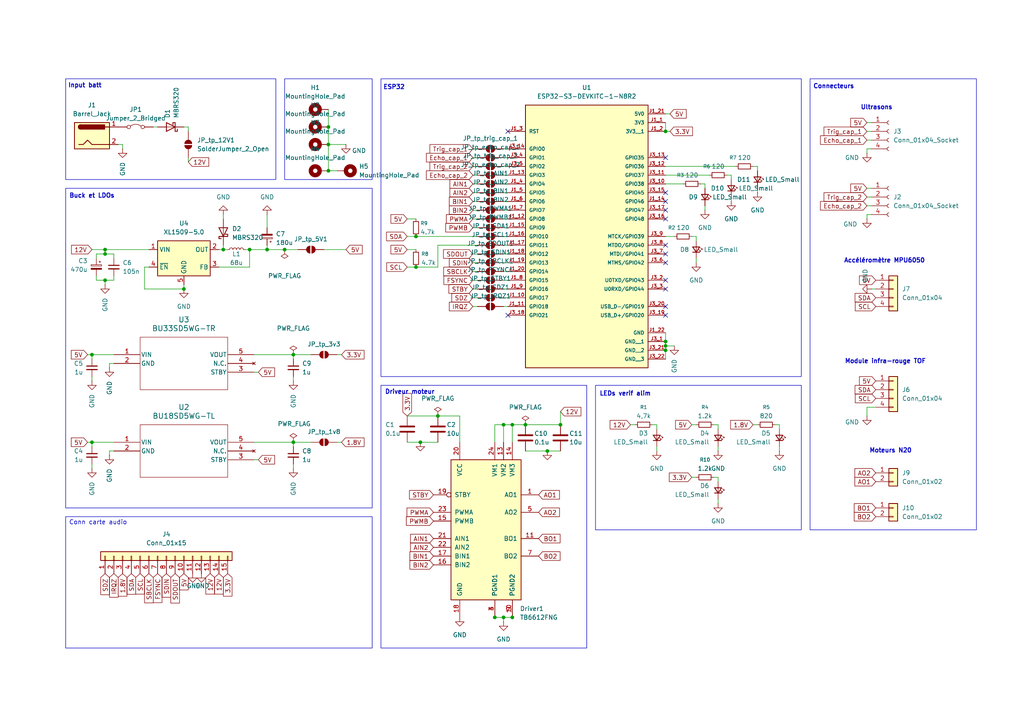
<source format=kicad_sch>
(kicad_sch (version 20250114) (generator "eeschema") (generator_version "9.0")
  (paper "A4")
  (rectangle (start 19.05 22.86) (end 80.01 52.07))
  (rectangle (start 19.05 54.61) (end 107.95 147.32))
  (rectangle (start 110.49 22.86) (end 232.41 109.22))
  (rectangle (start 19.05 149.86) (end 107.95 187.96))
  (rectangle (start 110.49 111.76) (end 170.18 187.96))
  (rectangle (start 82.55 22.86) (end 107.95 52.07))
  (rectangle (start 234.95 22.86) (end 283.21 153.67))
  (rectangle (start 172.72 111.76) (end 232.41 153.67))
  (text "Buck et LDOs" (at 26.67 56.896 0) (effects (font (size 1.27 1.27) (thickness 0.254) (bold yes))))
  (text "LEDs verif alim" (at 181.356 114.3 0) (effects (font (size 1.27 1.27) (thickness 0.254) (bold yes))))
  (text "Input batt" (at 24.638 24.892 0) (effects (font (size 1.27 1.27) (thickness 0.254) (bold yes))))
  (text "Accéléromètre MPU6050" (at 256.54 75.692 0) (effects (font (size 1.27 1.27) (thickness 0.254) (bold yes))))
  (text "Moteurs N20\n\n" (at 258.318 131.826 0) (effects (font (size 1.27 1.27) (thickness 0.254) (bold yes))))
  (text "Module infra-rouge TOF\n\n" (at 256.794 105.918 0) (effects (font (size 1.27 1.27) (thickness 0.254) (bold yes))))
  (text "Ultrasons" (at 254.254 31.242 0) (effects (font (size 1.27 1.27) (thickness 0.254) (bold yes))))
  (text "ESP32" (at 114.3 25.4 0) (effects (font (size 1.27 1.27) (thickness 0.254) (bold yes))))
  (text "Connecteurs" (at 241.808 25.146 0) (effects (font (size 1.27 1.27) (thickness 0.254) (bold yes))))
  (text "Conn carte audio" (at 28.448 151.638 0) (effects (font (size 1.27 1.27))))
  (text "Driveur moteur" (at 118.872 113.792 0) (effects (font (size 1.27 1.27) (thickness 0.254) (bold yes))))
  (junction (at 64.77 72.39))
  (junction (at 26.67 102.87))
  (junction (at 53.34 83.82))
  (junction (at 95.25 41.91))
  (junction (at 77.47 72.39))
  (junction (at 193.04 38.1))
  (junction (at 146.05 123.19))
  (junction (at 120.65 77.47))
  (junction (at 30.48 72.39))
  (junction (at 121.92 128.27))
  (junction (at 193.04 99.06))
  (junction (at 95.25 36.83))
  (junction (at 158.75 130.81))
  (junction (at 152.4 123.19))
  (junction (at 120.65 68.58))
  (junction (at 72.39 72.39))
  (junction (at 85.09 102.87))
  (junction (at 95.25 49.53))
  (junction (at 82.55 72.39))
  (junction (at 193.04 100.33))
  (junction (at 85.09 128.27))
  (junction (at 143.51 179.07))
  (junction (at 193.04 101.6))
  (junction (at 26.67 128.27))
  (junction (at 148.59 179.07))
  (junction (at 30.48 73.66))
  (junction (at 162.56 123.19))
  (junction (at 148.59 123.19))
  (junction (at 30.48 81.28))
  (junction (at 127 120.65))
  (junction (at 146.05 179.07))
  (no_connect (at 193.04 76.2))
  (no_connect (at 193.04 63.5))
  (no_connect (at 193.04 83.82))
  (no_connect (at 193.04 88.9))
  (no_connect (at 147.32 38.1))
  (no_connect (at 193.04 45.72))
  (no_connect (at 193.04 55.88))
  (no_connect (at 193.04 73.66))
  (no_connect (at 193.04 58.42))
  (no_connect (at 193.04 91.44))
  (no_connect (at 193.04 71.12))
  (no_connect (at 147.32 91.44))
  (no_connect (at 193.04 81.28))
  (no_connect (at 193.04 60.96))
  (wire (pts (xy 193.04 38.1) (xy 194.31 38.1)))
  (wire (pts (xy 218.44 123.19) (xy 219.71 123.19)))
  (wire (pts (xy 85.09 128.27) (xy 85.09 129.54)))
  (wire (pts (xy 143.51 177.8) (xy 143.51 179.07)))
  (wire (pts (xy 97.79 102.87) (xy 99.06 102.87)))
  (wire (pts (xy 133.35 120.65) (xy 133.35 128.27)))
  (wire (pts (xy 204.47 59.69) (xy 204.47 60.96)))
  (wire (pts (xy 71.12 72.39) (xy 72.39 72.39)))
  (wire (pts (xy 146.05 123.19) (xy 146.05 128.27)))
  (wire (pts (xy 212.09 52.07) (xy 212.09 50.8)))
  (wire (pts (xy 251.46 40.64) (xy 252.73 40.64)))
  (wire (pts (xy 93.98 72.39) (xy 100.33 72.39)))
  (wire (pts (xy 137.16 53.34) (xy 138.43 53.34)))
  (wire (pts (xy 30.48 72.39) (xy 30.48 73.66)))
  (wire (pts (xy 208.28 138.43) (xy 207.01 138.43)))
  (wire (pts (xy 251.46 54.61) (xy 252.73 54.61)))
  (wire (pts (xy 152.4 123.19) (xy 162.56 123.19)))
  (wire (pts (xy 73.66 133.35) (xy 74.93 133.35)))
  (wire (pts (xy 193.04 101.6) (xy 193.04 100.33)))
  (wire (pts (xy 137.16 43.18) (xy 138.43 43.18)))
  (wire (pts (xy 77.47 62.23) (xy 77.47 66.04)))
  (wire (pts (xy 146.05 58.42) (xy 147.32 58.42)))
  (wire (pts (xy 72.39 72.39) (xy 72.39 77.47)))
  (wire (pts (xy 31.75 132.08) (xy 31.75 130.81)))
  (wire (pts (xy 118.11 120.65) (xy 127 120.65)))
  (wire (pts (xy 146.05 88.9) (xy 147.32 88.9)))
  (wire (pts (xy 35.56 43.18) (xy 35.56 41.91)))
  (wire (pts (xy 162.56 119.38) (xy 162.56 123.19)))
  (wire (pts (xy 146.05 55.88) (xy 147.32 55.88)))
  (wire (pts (xy 143.51 123.19) (xy 143.51 128.27)))
  (wire (pts (xy 33.02 80.01) (xy 33.02 81.28)))
  (wire (pts (xy 251.46 59.69) (xy 252.73 59.69)))
  (wire (pts (xy 118.11 63.5) (xy 120.65 63.5)))
  (wire (pts (xy 219.71 48.26) (xy 218.44 48.26)))
  (wire (pts (xy 64.77 72.39) (xy 66.04 72.39)))
  (wire (pts (xy 143.51 123.19) (xy 146.05 123.19)))
  (wire (pts (xy 30.48 73.66) (xy 33.02 73.66)))
  (wire (pts (xy 127 77.47) (xy 127 71.12)))
  (wire (pts (xy 64.77 62.23) (xy 64.77 63.5)))
  (wire (pts (xy 54.61 36.83) (xy 54.61 38.1)))
  (wire (pts (xy 208.28 124.46) (xy 208.28 123.19)))
  (wire (pts (xy 146.05 45.72) (xy 147.32 45.72)))
  (wire (pts (xy 118.11 72.39) (xy 120.65 72.39)))
  (wire (pts (xy 204.47 53.34) (xy 203.2 53.34)))
  (wire (pts (xy 53.34 82.55) (xy 53.34 83.82)))
  (wire (pts (xy 193.04 100.33) (xy 195.58 100.33)))
  (wire (pts (xy 190.5 123.19) (xy 189.23 123.19)))
  (wire (pts (xy 137.16 50.8) (xy 138.43 50.8)))
  (wire (pts (xy 193.04 50.8) (xy 205.74 50.8)))
  (wire (pts (xy 53.34 36.83) (xy 54.61 36.83)))
  (wire (pts (xy 137.16 48.26) (xy 138.43 48.26)))
  (wire (pts (xy 137.16 73.66) (xy 138.43 73.66)))
  (wire (pts (xy 44.45 36.83) (xy 45.72 36.83)))
  (wire (pts (xy 251.46 62.23) (xy 252.73 62.23)))
  (wire (pts (xy 41.91 77.47) (xy 43.18 77.47)))
  (wire (pts (xy 26.67 134.62) (xy 26.67 135.89)))
  (wire (pts (xy 25.4 102.87) (xy 26.67 102.87)))
  (wire (pts (xy 85.09 109.22) (xy 85.09 110.49)))
  (wire (pts (xy 146.05 83.82) (xy 147.32 83.82)))
  (wire (pts (xy 226.06 124.46) (xy 226.06 123.19)))
  (wire (pts (xy 41.91 83.82) (xy 53.34 83.82)))
  (wire (pts (xy 137.16 81.28) (xy 138.43 81.28)))
  (wire (pts (xy 137.16 63.5) (xy 138.43 63.5)))
  (wire (pts (xy 26.67 128.27) (xy 26.67 129.54)))
  (wire (pts (xy 33.02 128.27) (xy 26.67 128.27)))
  (wire (pts (xy 27.94 73.66) (xy 30.48 73.66)))
  (wire (pts (xy 85.09 102.87) (xy 85.09 104.14)))
  (wire (pts (xy 137.16 78.74) (xy 138.43 78.74)))
  (wire (pts (xy 137.16 86.36) (xy 138.43 86.36)))
  (wire (pts (xy 30.48 81.28) (xy 30.48 82.55)))
  (wire (pts (xy 208.28 129.54) (xy 208.28 130.81)))
  (wire (pts (xy 95.25 41.91) (xy 95.25 49.53)))
  (wire (pts (xy 31.75 130.81) (xy 33.02 130.81)))
  (wire (pts (xy 208.28 123.19) (xy 207.01 123.19)))
  (wire (pts (xy 219.71 54.61) (xy 219.71 55.88)))
  (wire (pts (xy 85.09 134.62) (xy 85.09 135.89)))
  (wire (pts (xy 200.66 138.43) (xy 201.93 138.43)))
  (wire (pts (xy 146.05 53.34) (xy 147.32 53.34)))
  (wire (pts (xy 193.04 96.52) (xy 193.04 99.06)))
  (wire (pts (xy 146.05 68.58) (xy 147.32 68.58)))
  (wire (pts (xy 127 71.12) (xy 138.43 71.12)))
  (wire (pts (xy 193.04 48.26) (xy 213.36 48.26)))
  (wire (pts (xy 43.18 72.39) (xy 30.48 72.39)))
  (wire (pts (xy 26.67 72.39) (xy 30.48 72.39)))
  (wire (pts (xy 63.5 72.39) (xy 64.77 72.39)))
  (wire (pts (xy 200.66 123.19) (xy 201.93 123.19)))
  (wire (pts (xy 148.59 177.8) (xy 148.59 179.07)))
  (wire (pts (xy 201.93 68.58) (xy 200.66 68.58)))
  (wire (pts (xy 54.61 45.72) (xy 54.61 46.99)))
  (wire (pts (xy 137.16 76.2) (xy 138.43 76.2)))
  (wire (pts (xy 251.46 120.65) (xy 251.46 118.11)))
  (wire (pts (xy 219.71 49.53) (xy 219.71 48.26)))
  (wire (pts (xy 146.05 76.2) (xy 147.32 76.2)))
  (wire (pts (xy 97.79 128.27) (xy 99.06 128.27)))
  (wire (pts (xy 152.4 130.81) (xy 158.75 130.81)))
  (wire (pts (xy 146.05 86.36) (xy 147.32 86.36)))
  (wire (pts (xy 77.47 72.39) (xy 82.55 72.39)))
  (wire (pts (xy 193.04 35.56) (xy 193.04 38.1)))
  (wire (pts (xy 146.05 123.19) (xy 148.59 123.19)))
  (wire (pts (xy 190.5 129.54) (xy 190.5 130.81)))
  (wire (pts (xy 137.16 58.42) (xy 138.43 58.42)))
  (wire (pts (xy 26.67 109.22) (xy 26.67 110.49)))
  (wire (pts (xy 137.16 60.96) (xy 138.43 60.96)))
  (wire (pts (xy 73.66 107.95) (xy 74.93 107.95)))
  (wire (pts (xy 251.46 63.5) (xy 251.46 62.23)))
  (wire (pts (xy 204.47 54.61) (xy 204.47 53.34)))
  (wire (pts (xy 77.47 72.39) (xy 72.39 72.39)))
  (wire (pts (xy 193.04 53.34) (xy 198.12 53.34)))
  (wire (pts (xy 251.46 118.11) (xy 254 118.11)))
  (wire (pts (xy 212.09 57.15) (xy 212.09 58.42)))
  (wire (pts (xy 208.28 139.7) (xy 208.28 138.43)))
  (wire (pts (xy 146.05 81.28) (xy 147.32 81.28)))
  (wire (pts (xy 118.11 68.58) (xy 120.65 68.58)))
  (wire (pts (xy 95.25 49.53) (xy 97.79 49.53)))
  (wire (pts (xy 193.04 101.6) (xy 193.04 104.14)))
  (wire (pts (xy 193.04 68.58) (xy 195.58 68.58)))
  (wire (pts (xy 64.77 71.12) (xy 64.77 72.39)))
  (wire (pts (xy 85.09 128.27) (xy 90.17 128.27)))
  (wire (pts (xy 212.09 50.8) (xy 210.82 50.8)))
  (wire (pts (xy 25.4 128.27) (xy 26.67 128.27)))
  (wire (pts (xy 33.02 73.66) (xy 33.02 74.93)))
  (wire (pts (xy 120.65 68.58) (xy 138.43 68.58)))
  (wire (pts (xy 137.16 88.9) (xy 138.43 88.9)))
  (wire (pts (xy 251.46 57.15) (xy 252.73 57.15)))
  (wire (pts (xy 190.5 124.46) (xy 190.5 123.19)))
  (wire (pts (xy 146.05 78.74) (xy 147.32 78.74)))
  (wire (pts (xy 146.05 71.12) (xy 147.32 71.12)))
  (wire (pts (xy 146.05 50.8) (xy 147.32 50.8)))
  (wire (pts (xy 120.65 77.47) (xy 127 77.47)))
  (wire (pts (xy 137.16 66.04) (xy 138.43 66.04)))
  (wire (pts (xy 146.05 48.26) (xy 147.32 48.26)))
  (wire (pts (xy 143.51 179.07) (xy 146.05 179.07)))
  (wire (pts (xy 148.59 123.19) (xy 152.4 123.19)))
  (wire (pts (xy 133.35 120.65) (xy 127 120.65)))
  (wire (pts (xy 85.09 102.87) (xy 90.17 102.87)))
  (wire (pts (xy 27.94 74.93) (xy 27.94 73.66)))
  (wire (pts (xy 31.75 106.68) (xy 31.75 105.41)))
  (wire (pts (xy 251.46 44.45) (xy 251.46 43.18)))
  (wire (pts (xy 30.48 81.28) (xy 33.02 81.28)))
  (wire (pts (xy 226.06 129.54) (xy 226.06 130.81)))
  (wire (pts (xy 31.75 105.41) (xy 33.02 105.41)))
  (wire (pts (xy 148.59 123.19) (xy 148.59 128.27)))
  (wire (pts (xy 208.28 144.78) (xy 208.28 146.05)))
  (wire (pts (xy 33.02 102.87) (xy 26.67 102.87)))
  (wire (pts (xy 251.46 38.1) (xy 252.73 38.1)))
  (wire (pts (xy 251.46 43.18) (xy 252.73 43.18)))
  (wire (pts (xy 35.56 41.91) (xy 34.29 41.91)))
  (wire (pts (xy 146.05 43.18) (xy 147.32 43.18)))
  (wire (pts (xy 95.25 31.75) (xy 95.25 36.83)))
  (wire (pts (xy 146.05 60.96) (xy 147.32 60.96)))
  (wire (pts (xy 182.88 123.19) (xy 184.15 123.19)))
  (wire (pts (xy 226.06 123.19) (xy 224.79 123.19)))
  (wire (pts (xy 201.93 69.85) (xy 201.93 68.58)))
  (wire (pts (xy 137.16 45.72) (xy 138.43 45.72)))
  (wire (pts (xy 146.05 179.07) (xy 148.59 179.07)))
  (wire (pts (xy 73.66 128.27) (xy 85.09 128.27)))
  (wire (pts (xy 26.67 102.87) (xy 26.67 104.14)))
  (wire (pts (xy 82.55 72.39) (xy 86.36 72.39)))
  (wire (pts (xy 118.11 77.47) (xy 120.65 77.47)))
  (wire (pts (xy 146.05 73.66) (xy 147.32 73.66)))
  (wire (pts (xy 95.25 36.83) (xy 95.25 41.91)))
  (wire (pts (xy 137.16 55.88) (xy 138.43 55.88)))
  (wire (pts (xy 201.93 74.93) (xy 201.93 76.2)))
  (wire (pts (xy 118.11 128.27) (xy 121.92 128.27)))
  (wire (pts (xy 77.47 71.12) (xy 77.47 72.39)))
  (wire (pts (xy 158.75 130.81) (xy 162.56 130.81)))
  (wire (pts (xy 27.94 80.01) (xy 27.94 81.28)))
  (wire (pts (xy 73.66 102.87) (xy 85.09 102.87)))
  (wire (pts (xy 251.46 35.56) (xy 252.73 35.56)))
  (wire (pts (xy 95.25 41.91) (xy 100.33 41.91)))
  (wire (pts (xy 27.94 81.28) (xy 30.48 81.28)))
  (wire (pts (xy 146.05 63.5) (xy 147.32 63.5)))
  (wire (pts (xy 193.04 100.33) (xy 193.04 99.06)))
  (wire (pts (xy 193.04 33.02) (xy 194.31 33.02)))
  (wire (pts (xy 63.5 77.47) (xy 72.39 77.47)))
  (wire (pts (xy 121.92 128.27) (xy 127 128.27)))
  (wire (pts (xy 137.16 83.82) (xy 138.43 83.82)))
  (wire (pts (xy 41.91 77.47) (xy 41.91 83.82)))
  (wire (pts (xy 146.05 66.04) (xy 147.32 66.04)))
  (wire (pts (xy 252.73 83.82) (xy 254 83.82)))
  (wire (pts (xy 146.05 180.34) (xy 146.05 179.07)))
  (global_label "AIN1" (shape input) (at 137.16 53.34 180) (effects (font (thickness 0.1588))) (property "Intersheetrefs" "${INTERSHEET_REFS}" (effects (hide yes))))
  (global_label "Echo_cap_2" (shape input) (at 137.16 50.8 180) (property "Intersheetrefs" "${INTERSHEET_REFS}" (effects (hide yes))))
  (global_label "Trig_cap_2" (shape input) (at 251.46 57.15 180) (property "Intersheetrefs" "${INTERSHEET_REFS}" (effects (hide yes))))
  (global_label "SDA" (shape input) (at 118.11 68.58 180) (property "Intersheetrefs" "${INTERSHEET_REFS}" (effects (hide yes))))
  (global_label "PWMA" (shape input) (at 125.73 148.59 180) (effects (font (thickness 0.1588))) (property "Intersheetrefs" "${INTERSHEET_REFS}" (effects (hide yes))))
  (global_label "5V" (shape input) (at 200.66 123.19 180) (property "Intersheetrefs" "${INTERSHEET_REFS}" (effects (hide yes))))
  (global_label "FSYNC" (shape input) (at 45.72 166.37 270) (property "Intersheetrefs" "${INTERSHEET_REFS}" (effects (hide yes))))
  (global_label "FSYNC" (shape input) (at 137.16 81.28 180) (property "Intersheetrefs" "${INTERSHEET_REFS}" (effects (hide yes))))
  (global_label "12V" (shape input) (at 54.61 46.99 0) (property "Intersheetrefs" "${INTERSHEET_REFS}" (effects (hide yes))))
  (global_label "SBCLK" (shape input) (at 137.16 78.74 180) (property "Intersheetrefs" "${INTERSHEET_REFS}" (effects (hide yes))))
  (global_label "AO2" (shape input) (at 254 137.16 180) (effects (font (thickness 0.1588))) (property "Intersheetrefs" "${INTERSHEET_REFS}" (effects (hide yes))))
  (global_label "5V" (shape input) (at 194.31 33.02 0) (property "Intersheetrefs" "${INTERSHEET_REFS}" (effects (hide yes))))
  (global_label "SCL" (shape input) (at 254 88.9 180) (property "Intersheetrefs" "${INTERSHEET_REFS}" (effects (hide yes))))
  (global_label "SCL" (shape input) (at 118.11 77.47 180) (property "Intersheetrefs" "${INTERSHEET_REFS}" (effects (hide yes))))
  (global_label "AIN2" (shape input) (at 125.73 158.75 180) (effects (font (thickness 0.1588))) (property "Intersheetrefs" "${INTERSHEET_REFS}" (effects (hide yes))))
  (global_label "BO2" (shape input) (at 254 149.86 180) (effects (font (thickness 0.1588))) (property "Intersheetrefs" "${INTERSHEET_REFS}" (effects (hide yes))))
  (global_label "1.8V" (shape input) (at 35.56 166.37 270) (property "Intersheetrefs" "${INTERSHEET_REFS}" (effects (hide yes))))
  (global_label "STBY" (shape input) (at 125.73 143.51 180) (effects (font (thickness 0.1588))) (property "Intersheetrefs" "${INTERSHEET_REFS}" (effects (hide yes))))
  (global_label "PWMB" (shape input) (at 137.16 66.04 180) (effects (font (thickness 0.1588))) (property "Intersheetrefs" "${INTERSHEET_REFS}" (effects (hide yes))))
  (global_label "AIN1" (shape input) (at 125.73 156.21 180) (effects (font (thickness 0.1588))) (property "Intersheetrefs" "${INTERSHEET_REFS}" (effects (hide yes))))
  (global_label "5V" (shape input) (at 74.93 133.35 0) (property "Intersheetrefs" "${INTERSHEET_REFS}" (effects (hide yes))))
  (global_label "Trig_cap_1" (shape input) (at 137.16 43.18 180) (property "Intersheetrefs" "${INTERSHEET_REFS}" (effects (hide yes))))
  (global_label "SDOUT" (shape input) (at 50.8 166.37 270) (property "Intersheetrefs" "${INTERSHEET_REFS}" (effects (hide yes))))
  (global_label "5V" (shape input) (at 100.33 72.39 0) (property "Intersheetrefs" "${INTERSHEET_REFS}" (effects (hide yes))))
  (global_label "5V" (shape input) (at 25.4 128.27 180) (property "Intersheetrefs" "${INTERSHEET_REFS}" (effects (hide yes))))
  (global_label "3.3V" (shape input) (at 66.04 166.37 270) (property "Intersheetrefs" "${INTERSHEET_REFS}" (effects (hide yes))))
  (global_label "AIN2" (shape input) (at 137.16 55.88 180) (effects (font (thickness 0.1588))) (property "Intersheetrefs" "${INTERSHEET_REFS}" (effects (hide yes))))
  (global_label "12V" (shape input) (at 26.67 72.39 180) (property "Intersheetrefs" "${INTERSHEET_REFS}" (effects (hide yes))))
  (global_label "BIN2" (shape input) (at 125.73 163.83 180) (effects (font (thickness 0.1588))) (property "Intersheetrefs" "${INTERSHEET_REFS}" (effects (hide yes))))
  (global_label "SDIN" (shape input) (at 48.26 166.37 270) (property "Intersheetrefs" "${INTERSHEET_REFS}" (effects (hide yes))))
  (global_label "SDA" (shape input) (at 254 113.03 180) (property "Intersheetrefs" "${INTERSHEET_REFS}" (effects (hide yes))))
  (global_label "5V" (shape input) (at 254 81.28 180) (property "Intersheetrefs" "${INTERSHEET_REFS}" (effects (hide yes))))
  (global_label "5V" (shape input) (at 74.93 107.95 0) (property "Intersheetrefs" "${INTERSHEET_REFS}" (effects (hide yes))))
  (global_label "BIN1" (shape input) (at 137.16 58.42 180) (effects (font (thickness 0.1588))) (property "Intersheetrefs" "${INTERSHEET_REFS}" (effects (hide yes))))
  (global_label "SDA" (shape input) (at 38.1 166.37 270) (property "Intersheetrefs" "${INTERSHEET_REFS}" (effects (hide yes))))
  (global_label "BIN2" (shape input) (at 137.16 60.96 180) (effects (font (thickness 0.1588))) (property "Intersheetrefs" "${INTERSHEET_REFS}" (effects (hide yes))))
  (global_label "5V" (shape input) (at 118.11 63.5 180) (property "Intersheetrefs" "${INTERSHEET_REFS}" (effects (hide yes))))
  (global_label "AO2" (shape input) (at 156.21 148.59 0) (effects (font (thickness 0.1588))) (property "Intersheetrefs" "${INTERSHEET_REFS}" (effects (hide yes))))
  (global_label "STBY" (shape input) (at 137.16 83.82 180) (effects (font (thickness 0.1588))) (property "Intersheetrefs" "${INTERSHEET_REFS}" (effects (hide yes))))
  (global_label "12V" (shape input) (at 63.5 166.37 270) (property "Intersheetrefs" "${INTERSHEET_REFS}" (effects (hide yes))))
  (global_label "SDZ" (shape input) (at 137.16 86.36 180) (property "Intersheetrefs" "${INTERSHEET_REFS}" (effects (hide yes))))
  (global_label "AO1" (shape input) (at 156.21 143.51 0) (effects (font (thickness 0.1588))) (property "Intersheetrefs" "${INTERSHEET_REFS}" (effects (hide yes))))
  (global_label "BO2" (shape input) (at 156.21 161.29 0) (effects (font (thickness 0.1588))) (property "Intersheetrefs" "${INTERSHEET_REFS}" (effects (hide yes))))
  (global_label "SDOUT" (shape input) (at 137.16 73.66 180) (property "Intersheetrefs" "${INTERSHEET_REFS}" (effects (hide yes))))
  (global_label "BO1" (shape input) (at 254 147.32 180) (effects (font (thickness 0.1588))) (property "Intersheetrefs" "${INTERSHEET_REFS}" (effects (hide yes))))
  (global_label "1.8V" (shape input) (at 99.06 128.27 0) (property "Intersheetrefs" "${INTERSHEET_REFS}" (effects (hide yes))))
  (global_label "3.3V" (shape input) (at 194.31 38.1 0) (property "Intersheetrefs" "${INTERSHEET_REFS}" (effects (hide yes))))
  (global_label "1.8V" (shape input) (at 218.44 123.19 180) (property "Intersheetrefs" "${INTERSHEET_REFS}" (effects (hide yes))))
  (global_label "BO1" (shape input) (at 156.21 156.21 0) (effects (font (thickness 0.1588))) (property "Intersheetrefs" "${INTERSHEET_REFS}" (effects (hide yes))))
  (global_label "SCL" (shape input) (at 40.64 166.37 270) (property "Intersheetrefs" "${INTERSHEET_REFS}" (effects (hide yes))))
  (global_label "3.3V" (shape input) (at 200.66 138.43 180) (property "Intersheetrefs" "${INTERSHEET_REFS}" (effects (hide yes))))
  (global_label "PWMB" (shape input) (at 125.73 151.13 180) (effects (font (thickness 0.1588))) (property "Intersheetrefs" "${INTERSHEET_REFS}" (effects (hide yes))))
  (global_label "12V" (shape input) (at 60.96 166.37 270) (property "Intersheetrefs" "${INTERSHEET_REFS}" (effects (hide yes))))
  (global_label "Echo_cap_1" (shape input) (at 251.46 40.64 180) (property "Intersheetrefs" "${INTERSHEET_REFS}" (effects (hide yes))))
  (global_label "12V" (shape input) (at 182.88 123.19 180) (property "Intersheetrefs" "${INTERSHEET_REFS}" (effects (hide yes))))
  (global_label "IRQZ" (shape input) (at 137.16 88.9 180) (property "Intersheetrefs" "${INTERSHEET_REFS}" (effects (hide yes))))
  (global_label "SCL" (shape input) (at 254 115.57 180) (property "Intersheetrefs" "${INTERSHEET_REFS}" (effects (hide yes))))
  (global_label "Echo_cap_2" (shape input) (at 251.46 59.69 180) (property "Intersheetrefs" "${INTERSHEET_REFS}" (effects (hide yes))))
  (global_label "5V" (shape input) (at 251.46 54.61 180) (property "Intersheetrefs" "${INTERSHEET_REFS}" (effects (hide yes))))
  (global_label "Trig_cap_1" (shape input) (at 251.46 38.1 180) (property "Intersheetrefs" "${INTERSHEET_REFS}" (effects (hide yes))))
  (global_label "BIN1" (shape input) (at 125.73 161.29 180) (effects (font (thickness 0.1588))) (property "Intersheetrefs" "${INTERSHEET_REFS}" (effects (hide yes))))
  (global_label "SBCLK" (shape input) (at 43.18 166.37 270) (property "Intersheetrefs" "${INTERSHEET_REFS}" (effects (hide yes))))
  (global_label "5V" (shape input) (at 53.34 166.37 270) (property "Intersheetrefs" "${INTERSHEET_REFS}" (effects (hide yes))))
  (global_label "5V" (shape input) (at 25.4 102.87 180) (property "Intersheetrefs" "${INTERSHEET_REFS}" (effects (hide yes))))
  (global_label "SDA" (shape input) (at 254 86.36 180) (property "Intersheetrefs" "${INTERSHEET_REFS}" (effects (hide yes))))
  (global_label "5V" (shape input) (at 251.46 35.56 180) (property "Intersheetrefs" "${INTERSHEET_REFS}" (effects (hide yes))))
  (global_label "PWMA" (shape input) (at 137.16 63.5 180) (effects (font (thickness 0.1588))) (property "Intersheetrefs" "${INTERSHEET_REFS}" (effects (hide yes))))
  (global_label "12V" (shape input) (at 162.56 119.38 0) (property "Intersheetrefs" "${INTERSHEET_REFS}" (effects (hide yes))))
  (global_label "5V" (shape input) (at 118.11 72.39 180) (property "Intersheetrefs" "${INTERSHEET_REFS}" (effects (hide yes))))
  (global_label "3.3V" (shape input) (at 118.11 120.65 90) (property "Intersheetrefs" "${INTERSHEET_REFS}" (effects (hide yes))))
  (global_label "AO1" (shape input) (at 254 139.7 180) (effects (font (thickness 0.1588))) (property "Intersheetrefs" "${INTERSHEET_REFS}" (effects (hide yes))))
  (global_label "Trig_cap_2" (shape input) (at 137.16 48.26 180) (property "Intersheetrefs" "${INTERSHEET_REFS}" (effects (hide yes))))
  (global_label "5V" (shape input) (at 254 110.49 180) (property "Intersheetrefs" "${INTERSHEET_REFS}" (effects (hide yes))))
  (global_label "SDZ" (shape input) (at 30.48 166.37 270) (property "Intersheetrefs" "${INTERSHEET_REFS}" (effects (hide yes))))
  (global_label "3.3V" (shape input) (at 99.06 102.87 0) (property "Intersheetrefs" "${INTERSHEET_REFS}" (effects (hide yes))))
  (global_label "IRQZ" (shape input) (at 33.02 166.37 270) (property "Intersheetrefs" "${INTERSHEET_REFS}" (effects (hide yes))))
  (global_label "Echo_cap_1" (shape input) (at 137.16 45.72 180) (property "Intersheetrefs" "${INTERSHEET_REFS}" (effects (hide yes))))
  (global_label "SDIN" (shape input) (at 137.16 76.2 180) (property "Intersheetrefs" "${INTERSHEET_REFS}" (effects (hide yes))))
  (symbol (lib_id "Device:C") (at 118.11 124.46 0) (unit 1)
    (property "Reference" "C1" (at 111.76 123.19 0) (effects (justify left)))
    (property "Value" "0.1u" (at 111.76 125.73 0) (effects (justify left)))
    (property "Footprint" "Capacitor_SMD:C_0402_1005Metric" (effects (hide yes)))
    (property "Description" "Unpolarized capacitor" (effects (hide yes)))
  )
  (symbol (lib_id "Connector:Barrel_Jack") (at 26.67 39.37 0) (unit 1)
    (property "Reference" "J1" (at 26.67 30.48 0))
    (property "Value" "Barrel_Jack" (at 26.67 33.02 0))
    (property "Footprint" "Connector_BarrelJack:BarrelJack_Wuerth_694108106102_2.5x5.5mm" (effects (hide yes)))
    (property "Description" "DC Barrel Jack" (effects (hide yes)))
  )
  (symbol (lib_id "Device:R_Small") (at 120.65 66.04 0) (unit 1)
    (property "Reference" "R9" (at 121.92 64.77 0) (effects (font (size 1.016 1.016)) (justify left)))
    (property "Value" "4.7k" (at 121.92 67.31 0) (effects (justify left)))
    (property "Footprint" "Resistor_SMD:R_0603_1608Metric_Pad0.98x0.95mm_HandSolder" (effects (hide yes)))
    (property "Description" "Resistor, small symbol" (effects (hide yes)))
  )
  (symbol (lib_id "Device:C") (at 127 124.46 0) (unit 1)
    (property "Reference" "C2" (at 129.54 123.19 0) (effects (justify left)))
    (property "Value" "10u" (at 129.54 125.73 0) (effects (justify left)))
    (property "Footprint" "Capacitor_SMD:C_0805_2012Metric" (effects (hide yes)))
    (property "Description" "Unpolarized capacitor" (effects (hide yes)))
  )
  (symbol (lib_id "power:GND") (at 212.09 58.42 0) (unit 1)
    (property "Reference" "#PWR015" (effects (hide yes)))
    (property "Value" "GND" (at 212.09 63.5 0))
    (property "Description" "Power symbol creates a global label with name \"GND\" , ground" (effects (hide yes)))
  )
  (symbol (lib_id "Mechanical:MountingHole_Pad") (at 92.71 49.53 90) (unit 1) (in_bom no)
    (property "Reference" "H4" (at 91.44 43.18 90))
    (property "Value" "MountingHole_Pad" (at 91.44 45.72 90))
    (property "Footprint" "MountingHole:MountingHole_2.2mm_M2_DIN965_Pad" (effects (hide yes)))
    (property "Description" "Mounting Hole with connection" (effects (hide yes)))
  )
  (symbol (lib_id "Device:LED_Small") (at 208.28 127 270) (mirror x) (unit 1)
    (property "Reference" "D4" (at 205.74 125.6664 90) (effects (justify right)))
    (property "Value" "LED_Small" (at 205.74 128.2064 90) (effects (justify right)))
    (property "Footprint" "LED_SMD:LED_0603_1608Metric_Pad1.05x0.95mm_HandSolder" (effects (hide yes)))
    (property "Description" "Light emitting diode, small symbol" (effects (hide yes)))
    (property "Sim.Pin" "1=K 2=A" (effects (hide yes)))
  )
  (symbol (lib_id "Device:R_Small") (at 186.69 123.19 90) (unit 1)
    (property "Reference" "R1" (at 186.69 118.11 90) (effects (font (size 1.016 1.016))))
    (property "Value" "4,7k" (at 186.69 120.65 90))
    (property "Footprint" "Resistor_SMD:R_0603_1608Metric_Pad0.98x0.95mm_HandSolder" (effects (hide yes)))
    (property "Description" "Resistor, small symbol" (effects (hide yes)))
  )
  (symbol (lib_id "power:GND") (at 55.88 166.37 0) (unit 1)
    (property "Reference" "#PWR022" (effects (hide yes)))
    (property "Value" "GND" (at 54.102 169.926 0) (effects (justify left)))
    (property "Description" "Power symbol creates a global label with name \"GND\" , ground" (effects (hide yes)))
  )
  (symbol (lib_id "Jumper:SolderJumper_2_Open") (at 93.98 128.27 0) (unit 1) (in_bom no)
    (property "Reference" "JP_tp_1v8" (at 93.98 125.222 0))
    (property "Value" "SolderJumper_2_Open" (effects (hide yes)))
    (property "Footprint" "Jumper:SolderJumper-2_P1.3mm_Open_TrianglePad1.0x1.5mm" (effects (hide yes)))
    (property "Description" "Solder Jumper, 2-pole, open" (effects (hide yes)))
  )
  (symbol (lib_id "Jumper:SolderJumper_2_Open") (at 142.24 86.36 0) (unit 1) (in_bom no)
    (property "Reference" "JP_tp_SDZ1" (at 142.24 83.312 0))
    (property "Value" "SolderJumper_2_Open" (effects (hide yes)))
    (property "Footprint" "Jumper:SolderJumper-2_P1.3mm_Open_TrianglePad1.0x1.5mm" (effects (hide yes)))
    (property "Description" "Solder Jumper, 2-pole, open" (effects (hide yes)))
  )
  (symbol (lib_id "power:GND") (at 251.46 44.45 0) (unit 1)
    (property "Reference" "#PWR036" (effects (hide yes)))
    (property "Value" "GND" (at 249.174 45.72 0) (effects (justify right)))
    (property "Description" "Power symbol creates a global label with name \"GND\" , ground" (effects (hide yes)))
  )
  (symbol (lib_id "power:GND") (at 26.67 135.89 0) (unit 1)
    (property "Reference" "#PWR017" (effects (hide yes)))
    (property "Value" "GND" (at 26.6701 139.7 90) (effects (justify right)))
    (property "Description" "Power symbol creates a global label with name \"GND\" , ground" (effects (hide yes)))
  )
  (symbol (lib_id "power:GND") (at 195.58 100.33 0) (unit 1)
    (property "Reference" "#PWR07" (effects (hide yes)))
    (property "Value" "GND" (at 195.5801 104.14 90) (effects (justify right)))
    (property "Description" "Power symbol creates a global label with name \"GND\" , ground" (effects (hide yes)))
  )
  (symbol (lib_id "power:GND") (at 31.75 132.08 0) (unit 1)
    (property "Reference" "#PWR020" (effects (hide yes)))
    (property "Value" "GND" (at 31.7501 135.89 90) (effects (justify right)))
    (property "Description" "Power symbol creates a global label with name \"GND\" , ground" (effects (hide yes)))
  )
  (symbol (lib_id "Device:R_Small") (at 215.9 48.26 90) (unit 1)
    (property "Reference" "R7" (at 212.598 45.72 90) (effects (font (size 1.016 1.016))))
    (property "Value" "120" (at 215.9 45.72 90))
    (property "Footprint" "Resistor_SMD:R_0603_1608Metric_Pad0.98x0.95mm_HandSolder" (effects (hide yes)))
    (property "Description" "Resistor, small symbol" (effects (hide yes)))
  )
  (symbol (lib_id "power:GND") (at 158.75 130.81 0) (unit 1)
    (property "Reference" "#PWR034" (effects (hide yes)))
    (property "Value" "GND" (effects (hide yes)))
    (property "Description" "Power symbol creates a global label with name \"GND\" , ground" (effects (hide yes)))
  )
  (symbol (lib_id "power:GND") (at 64.77 62.23 180) (unit 1)
    (property "Reference" "#PWR010" (effects (hide yes)))
    (property "Value" "GND" (at 64.77 57.15 0))
    (property "Description" "Power symbol creates a global label with name \"GND\" , ground" (effects (hide yes)))
  )
  (symbol (lib_id "2025-09-19_12-39-26:BU33SD5WG-TR") (at 33.02 102.87 0) (unit 1)
    (property "Reference" "U3" (at 53.34 92.71 0) (effects (font (size 1.524 1.524))))
    (property "Value" "BU33SD5WG-TR" (at 53.34 95.25 0) (effects (font (size 1.524 1.524))))
    (property "Footprint" "footprints:SSOP5_ROM-L" (effects (hide yes)))
    (property "Datasheet" "BU33SD5WG-TR" (effects (hide yes)))
  )
  (symbol (lib_id "Connector_Generic:Conn_01x15") (at 48.26 161.29 90) (unit 1)
    (property "Reference" "J4" (at 48.26 154.94 90))
    (property "Value" "Conn_01x15" (at 48.26 157.48 90))
    (property "Footprint" "Connector_PinSocket_1.27mm:PinSocket_1x15_P1.27mm_Vertical" (effects (hide yes)))
    (property "Description" "Generic connector, single row, 01x15, script generated (kicad-library-utils/schlib/autogen/connector/)" (effects (hide yes)))
  )
  (symbol (lib_id "Device:C_Small") (at 26.67 132.08 0) (mirror y) (unit 1)
    (property "Reference" "C4" (at 24.13 130.8162 0) (effects (justify left)))
    (property "Value" "1u" (at 24.13 133.3562 0) (effects (justify left)))
    (property "Footprint" "Capacitor_SMD:C_0603_1608Metric_Pad1.08x0.95mm_HandSolder" (effects (hide yes)))
    (property "Description" "Unpolarized capacitor, small symbol" (effects (hide yes)))
  )
  (symbol (lib_id "Device:C") (at 152.4 127 0) (unit 1)
    (property "Reference" "C10" (at 154.94 125.73 0) (effects (justify left)))
    (property "Value" "0.1u" (at 154.94 128.27 0) (effects (justify left)))
    (property "Footprint" "Capacitor_SMD:C_0402_1005Metric" (effects (hide yes)))
    (property "Description" "Unpolarized capacitor" (effects (hide yes)))
  )
  (symbol (lib_id "power:GND") (at 226.06 130.81 0) (unit 1)
    (property "Reference" "#PWR019" (effects (hide yes)))
    (property "Value" "GND" (at 226.06 135.89 0))
    (property "Description" "Power symbol creates a global label with name \"GND\" , ground" (effects (hide yes)))
  )
  (symbol (lib_id "Device:C_Small") (at 85.09 106.68 0) (unit 1)
    (property "Reference" "C9" (at 87.63 105.4162 0) (effects (justify left)))
    (property "Value" "1u" (at 87.63 107.9562 0) (effects (justify left)))
    (property "Footprint" "Capacitor_SMD:C_0603_1608Metric_Pad1.08x0.95mm_HandSolder" (effects (hide yes)))
    (property "Description" "Unpolarized capacitor, small symbol" (effects (hide yes)))
  )
  (symbol (lib_id "Jumper:SolderJumper_2_Open") (at 90.17 72.39 0) (unit 1) (in_bom no)
    (property "Reference" "JP_tp_5V1" (at 90.17 69.342 0))
    (property "Value" "SolderJumper_2_Open" (effects (hide yes)))
    (property "Footprint" "Jumper:SolderJumper-2_P1.3mm_Open_TrianglePad1.0x1.5mm" (effects (hide yes)))
    (property "Description" "Solder Jumper, 2-pole, open" (effects (hide yes)))
  )
  (symbol (lib_id "power:GND") (at 251.46 120.65 0) (unit 1)
    (property "Reference" "#PWR023" (effects (hide yes)))
    (property "Value" "GND" (at 247.142 122.428 0))
    (property "Description" "Power symbol creates a global label with name \"GND\" , ground" (effects (hide yes)))
  )
  (symbol (lib_name "ESP32-S3-DEVKITC-1-N8R2_1") (lib_id "ESP32-S3-DEVKITC-1-N8R2:ESP32-S3-DEVKITC-1-N8R2") (at 170.18 63.5 0) (unit 1)
    (property "Reference" "U1" (at 170.18 25.4 0))
    (property "Value" "ESP32-S3-DEVKITC-1-N8R2" (at 170.18 27.94 0))
    (property "Footprint" "footprints:XCVR_ESP32-S3-DEVKITC-1-N8R2" (effects (hide yes)))
    (property "PARTREV" "V1" (effects (hide yes)))
    (property "STANDARD" "Manufacturer Recommendations" (effects (hide yes)))
    (property "MANUFACTURER" "Espressif" (effects (hide yes)))
  )
  (symbol (lib_id "Regulator_Switching:XL1509-5.0") (at 53.34 74.93 0) (unit 1)
    (property "Reference" "U4" (at 53.34 64.77 0))
    (property "Value" "XL1509-5.0" (at 53.34 67.31 0))
    (property "Footprint" "Package_SO:SOIC-8_3.9x4.9mm_P1.27mm" (effects (hide yes)))
    (property "Datasheet" "https://datasheet.lcsc.com/lcsc/1809050422_XLSEMI-XL1509-5-0E1_C61063.pdf" (effects (hide yes)))
    (property "Description" "Buck DC/DC Converter, 2A, 5V Output Voltage, 7-40V Input Voltage" (effects (hide yes)))
  )
  (symbol (lib_id "power:GND") (at 204.47 60.96 0) (unit 1)
    (property "Reference" "#PWR012" (effects (hide yes)))
    (property "Value" "GND" (at 204.47 66.04 0))
    (property "Description" "Power symbol creates a global label with name \"GND\" , ground" (effects (hide yes)))
  )
  (symbol (lib_id "Device:LED_Small") (at 201.93 72.39 270) (mirror x) (unit 1)
    (property "Reference" "D8" (at 199.898 72.39 90) (effects (justify right)))
    (property "Value" "LED_Small" (at 214.122 72.39 90) (effects (justify right)))
    (property "Footprint" "LED_SMD:LED_0603_1608Metric_Pad1.05x0.95mm_HandSolder" (effects (hide yes)))
    (property "Description" "Light emitting diode, small symbol" (effects (hide yes)))
    (property "Sim.Pin" "1=K 2=A" (effects (hide yes)))
  )
  (symbol (lib_id "Device:R_Small") (at 208.28 50.8 90) (unit 1)
    (property "Reference" "R6" (at 204.978 48.26 90) (effects (font (size 1.016 1.016))))
    (property "Value" "120" (at 208.28 48.26 90))
    (property "Footprint" "Resistor_SMD:R_0603_1608Metric_Pad0.98x0.95mm_HandSolder" (effects (hide yes)))
    (property "Description" "Resistor, small symbol" (effects (hide yes)))
  )
  (symbol (lib_id "Driver_Motor:TB6612FNG") (at 140.97 153.67 0) (unit 1)
    (property "Reference" "Driver1" (at 150.7841 176.53 0) (effects (justify left)))
    (property "Value" "TB6612FNG" (at 150.7841 179.07 0) (effects (justify left)))
    (property "Footprint" "Package_SO:SSOP-24_5.3x8.2mm_P0.65mm" (effects (hide yes)))
    (property "Datasheet" "https://toshiba.semicon-storage.com/us/product/linear/motordriver/detail.TB6612FNG.html" (effects (hide yes)))
    (property "Description" "Driver IC for Dual DC motor, SSOP-24" (effects (hide yes)))
  )
  (symbol (lib_id "Device:R_Small") (at 120.65 74.93 0) (unit 1)
    (property "Reference" "R8" (at 122.174 73.66 0) (effects (font (size 1.016 1.016)) (justify left)))
    (property "Value" "4.7k" (at 122.174 76.2 0) (effects (justify left)))
    (property "Footprint" "Resistor_SMD:R_0603_1608Metric_Pad0.98x0.95mm_HandSolder" (effects (hide yes)))
    (property "Description" "Resistor, small symbol" (effects (hide yes)))
  )
  (symbol (lib_id "power:GND") (at 219.71 55.88 0) (unit 1)
    (property "Reference" "#PWR016" (effects (hide yes)))
    (property "Value" "GND" (at 219.71 60.96 0))
    (property "Description" "Power symbol creates a global label with name \"GND\" , ground" (effects (hide yes)))
  )
  (symbol (lib_id "Device:C_Polarized_Small") (at 27.94 77.47 0) (mirror y) (unit 1)
    (property "Reference" "C3" (at 25.4 75.6538 0) (effects (justify left)))
    (property "Value" "470u" (at 25.4 78.1938 0) (effects (justify left)))
    (property "Footprint" "Capacitor_SMD:C_0603_1608Metric_Pad1.08x0.95mm_HandSolder" (effects (hide yes)))
    (property "Description" "Polarized capacitor, small symbol" (effects (hide yes)))
  )
  (symbol (lib_id "power:GND") (at 53.34 83.82 0) (unit 1)
    (property "Reference" "#PWR09" (effects (hide yes)))
    (property "Value" "GND" (at 53.34 88.9 0))
    (property "Description" "Power symbol creates a global label with name \"GND\" , ground" (effects (hide yes)))
  )
  (symbol (lib_id "2025-09-19_12-33-54:BU18SD5WG-TL") (at 33.02 128.27 0) (unit 1)
    (property "Reference" "U2" (at 53.34 118.11 0) (effects (font (size 1.524 1.524))))
    (property "Value" "BU18SD5WG-TL" (at 53.34 120.65 0) (effects (font (size 1.524 1.524))))
    (property "Footprint" "footprints:SSOP5_ROM-L" (effects (hide yes)))
    (property "Datasheet" "BU18SD5WG-TL" (effects (hide yes)))
  )
  (symbol (lib_id "Jumper:SolderJumper_2_Open") (at 142.24 83.82 0) (unit 1) (in_bom no)
    (property "Reference" "JP_tp_STBY1" (at 142.24 80.772 0))
    (property "Value" "SolderJumper_2_Open" (effects (hide yes)))
    (property "Footprint" "Jumper:SolderJumper-2_P1.3mm_Open_TrianglePad1.0x1.5mm" (effects (hide yes)))
    (property "Description" "Solder Jumper, 2-pole, open" (effects (hide yes)))
  )
  (symbol (lib_id "power:GND") (at 252.73 83.82 270) (unit 1)
    (property "Reference" "#PWR025" (effects (hide yes)))
    (property "Value" "GND" (at 250.952 80.01 0))
    (property "Description" "Power symbol creates a global label with name \"GND\" , ground" (effects (hide yes)))
  )
  (symbol (lib_id "Mechanical:MountingHole_Pad") (at 92.71 41.91 90) (unit 1) (in_bom no)
    (property "Reference" "H3" (at 91.44 35.56 90))
    (property "Value" "MountingHole_Pad" (at 91.44 38.1 90))
    (property "Footprint" "MountingHole:MountingHole_2.5mm_Pad_Via" (effects (hide yes)))
    (property "Description" "Mounting Hole with connection" (effects (hide yes)))
  )
  (symbol (lib_id "power:PWR_FLAG") (at 85.09 128.27 0) (unit 1)
    (property "Reference" "#FLG02" (effects (hide yes)))
    (property "Value" "PWR_FLAG" (at 85.344 122.936 0))
    (property "Description" "Special symbol for telling ERC where power comes from" (effects (hide yes)))
  )
  (symbol (lib_id "Connector_Generic:Conn_01x02") (at 259.08 137.16 0) (unit 1)
    (property "Reference" "J9" (at 261.62 137.1599 0) (effects (justify left)))
    (property "Value" "Conn_01x02" (at 261.62 139.6999 0) (effects (justify left)))
    (property "Footprint" "Connector_JST:JST_XH_B2B-XH-A_1x02_P2.50mm_Vertical" (effects (hide yes)))
    (property "Description" "Generic connector, single row, 01x02, script generated (kicad-library-utils/schlib/autogen/connector/)" (effects (hide yes)))
  )
  (symbol (lib_id "power:PWR_FLAG") (at 127 120.65 0) (unit 1)
    (property "Reference" "#FLG06" (effects (hide yes)))
    (property "Value" "PWR_FLAG" (at 127 115.57 0))
    (property "Description" "Special symbol for telling ERC where power comes from" (effects (hide yes)))
  )
  (symbol (lib_id "Device:LED_Small") (at 219.71 52.07 270) (mirror x) (unit 1)
    (property "Reference" "D11" (at 217.678 52.07 90) (effects (justify right)))
    (property "Value" "LED_Small" (at 231.902 52.07 90) (effects (justify right)))
    (property "Footprint" "LED_SMD:LED_0603_1608Metric_Pad1.05x0.95mm_HandSolder" (effects (hide yes)))
    (property "Description" "Light emitting diode, small symbol" (effects (hide yes)))
    (property "Sim.Pin" "1=K 2=A" (effects (hide yes)))
  )
  (symbol (lib_id "Connector:Conn_01x04_Socket") (at 257.81 38.1 0) (unit 1)
    (property "Reference" "J3" (at 259.08 38.0999 0) (effects (justify left)))
    (property "Value" "Conn_01x04_Socket" (at 259.08 40.6399 0) (effects (justify left)))
    (property "Footprint" "Connector_PinSocket_1.27mm:PinSocket_1x04_P1.27mm_Vertical" (effects (hide yes)))
    (property "Description" "Generic connector, single row, 01x04, script generated" (effects (hide yes)))
  )
  (symbol (lib_id "power:PWR_FLAG") (at 85.09 102.87 0) (unit 1)
    (property "Reference" "#FLG03" (effects (hide yes)))
    (property "Value" "PWR_FLAG" (at 85.09 95.25 0))
    (property "Description" "Special symbol for telling ERC where power comes from" (effects (hide yes)))
  )
  (symbol (lib_id "power:GND") (at 146.05 180.34 0) (unit 1)
    (property "Reference" "#PWR033" (effects (hide yes)))
    (property "Value" "GND" (at 146.05 185.42 0))
    (property "Description" "Power symbol creates a global label with name \"GND\" , ground" (effects (hide yes)))
  )
  (symbol (lib_id "Jumper:SolderJumper_2_Open") (at 93.98 102.87 0) (unit 1) (in_bom no)
    (property "Reference" "JP_tp_3v3" (at 93.98 99.822 0))
    (property "Value" "SolderJumper_2_Open" (effects (hide yes)))
    (property "Footprint" "Jumper:SolderJumper-2_P1.3mm_Open_TrianglePad1.0x1.5mm" (effects (hide yes)))
    (property "Description" "Solder Jumper, 2-pole, open" (effects (hide yes)))
  )
  (symbol (lib_id "Device:C_Small") (at 26.67 106.68 0) (mirror y) (unit 1)
    (property "Reference" "C5" (at 24.13 105.4162 0) (effects (justify left)))
    (property "Value" "1u" (at 24.13 107.9562 0) (effects (justify left)))
    (property "Footprint" "Capacitor_SMD:C_0603_1608Metric_Pad1.08x0.95mm_HandSolder" (effects (hide yes)))
    (property "Description" "Unpolarized capacitor, small symbol" (effects (hide yes)))
  )
  (symbol (lib_id "power:GND") (at 31.75 106.68 0) (unit 1)
    (property "Reference" "#PWR08" (effects (hide yes)))
    (property "Value" "GND" (at 31.7501 110.49 90) (effects (justify right)))
    (property "Description" "Power symbol creates a global label with name \"GND\" , ground" (effects (hide yes)))
  )
  (symbol (lib_id "power:GND") (at 100.33 41.91 0) (unit 1)
    (property "Reference" "#PWR02" (effects (hide yes)))
    (property "Value" "GND" (at 106.172 43.688 0) (effects (justify right)))
    (property "Description" "Power symbol creates a global label with name \"GND\" , ground" (effects (hide yes)))
  )
  (symbol (lib_id "Jumper:SolderJumper_2_Open") (at 142.24 76.2 0) (unit 1) (in_bom no)
    (property "Reference" "JP_tp_SDIN1" (at 142.24 73.152 0))
    (property "Value" "SolderJumper_2_Open" (effects (hide yes)))
    (property "Footprint" "Jumper:SolderJumper-2_P1.3mm_Open_TrianglePad1.0x1.5mm" (effects (hide yes)))
    (property "Description" "Solder Jumper, 2-pole, open" (effects (hide yes)))
  )
  (symbol (lib_id "Mechanical:MountingHole_Pad") (at 92.71 31.75 90) (unit 1) (in_bom no)
    (property "Reference" "H1" (at 91.44 25.4 90))
    (property "Value" "MountingHole_Pad" (at 91.44 27.94 90))
    (property "Footprint" "MountingHole:MountingHole_2.5mm_Pad_Via" (effects (hide yes)))
    (property "Description" "Mounting Hole with connection" (effects (hide yes)))
  )
  (symbol (lib_id "Jumper:SolderJumper_2_Open") (at 142.24 71.12 0) (unit 1) (in_bom no)
    (property "Reference" "JP_tp_SCL1" (at 142.24 68.072 0))
    (property "Value" "SolderJumper_2_Open" (effects (hide yes)))
    (property "Footprint" "Jumper:SolderJumper-2_P1.3mm_Open_TrianglePad1.0x1.5mm" (effects (hide yes)))
    (property "Description" "Solder Jumper, 2-pole, open" (effects (hide yes)))
  )
  (symbol (lib_id "Device:C_Polarized_Small") (at 77.47 68.58 180) (unit 1)
    (property "Reference" "C7" (at 80.01 67.856 0) (effects (justify right)))
    (property "Value" "180u" (at 80.01 70.396 0) (effects (justify right)))
    (property "Footprint" "Capacitor_SMD:C_0603_1608Metric_Pad1.08x0.95mm_HandSolder" (effects (hide yes)))
    (property "Description" "Polarized capacitor, small symbol" (effects (hide yes)))
  )
  (symbol (lib_id "Jumper:Jumper_2_Bridged") (at 39.37 36.83 0) (unit 1)
    (property "Reference" "JP1" (at 39.37 31.75 0))
    (property "Value" "Jumper_2_Bridged" (at 39.37 34.29 0))
    (property "Footprint" "TestPoint:TestPoint_2Pads_Pitch2.54mm_Drill0.8mm" (effects (hide yes)))
    (property "Description" "Jumper, 2-pole, closed/bridged" (effects (hide yes)))
  )
  (symbol (lib_id "Jumper:SolderJumper_2_Open") (at 142.24 88.9 0) (unit 1) (in_bom no)
    (property "Reference" "JP_tp_IRQZ1" (at 142.24 85.852 0))
    (property "Value" "SolderJumper_2_Open" (effects (hide yes)))
    (property "Footprint" "Jumper:SolderJumper-2_P1.3mm_Open_TrianglePad1.0x1.5mm" (effects (hide yes)))
    (property "Description" "Solder Jumper, 2-pole, open" (effects (hide yes)))
  )
  (symbol (lib_id "power:GND") (at 30.48 82.55 0) (unit 1)
    (property "Reference" "#PWR06" (effects (hide yes)))
    (property "Value" "GND" (at 30.4801 86.36 90) (effects (justify right)))
    (property "Description" "Power symbol creates a global label with name \"GND\" , ground" (effects (hide yes)))
  )
  (symbol (lib_id "Diode:1N5820") (at 49.53 36.83 180) (unit 1)
    (property "Reference" "D1" (at 48.5774 34.29 90) (effects (justify right)))
    (property "Value" "MBRS320" (at 51.1174 34.29 90) (effects (justify right)))
    (property "Footprint" "Diode_SMD:D_SMC" (effects (hide yes)))
    (property "Datasheet" "http://www.vishay.com/docs/88526/1n5820.pdf" (effects (hide yes)))
    (property "Description" "20V 3A Schottky Barrier Rectifier Diode, DO-201AD" (effects (hide yes)))
  )
  (symbol (lib_id "power:GND") (at 208.28 146.05 0) (unit 1)
    (property "Reference" "#PWR04" (effects (hide yes)))
    (property "Value" "GND" (at 208.28 151.13 0))
    (property "Description" "Power symbol creates a global label with name \"GND\" , ground" (effects (hide yes)))
  )
  (symbol (lib_id "Jumper:SolderJumper_2_Open") (at 142.24 53.34 0) (unit 1) (in_bom no)
    (property "Reference" "JP_tp_AIN1" (at 142.24 50.292 0))
    (property "Value" "SolderJumper_2_Open" (effects (hide yes)))
    (property "Footprint" "Jumper:SolderJumper-2_P1.3mm_Open_TrianglePad1.0x1.5mm" (effects (hide yes)))
    (property "Description" "Solder Jumper, 2-pole, open" (effects (hide yes)))
  )
  (symbol (lib_id "Jumper:SolderJumper_2_Open") (at 142.24 50.8 0) (unit 1) (in_bom no)
    (property "Reference" "JP_tp_echo_cap_2" (at 142.24 47.752 0))
    (property "Value" "SolderJumper_2_Open" (effects (hide yes)))
    (property "Footprint" "Jumper:SolderJumper-2_P1.3mm_Open_TrianglePad1.0x1.5mm" (effects (hide yes)))
    (property "Description" "Solder Jumper, 2-pole, open" (effects (hide yes)))
  )
  (symbol (lib_id "power:PWR_FLAG") (at 82.55 72.39 180) (unit 1)
    (property "Reference" "#FLG04" (effects (hide yes)))
    (property "Value" "PWR_FLAG" (at 82.55 80.01 0))
    (property "Description" "Special symbol for telling ERC where power comes from" (effects (hide yes)))
  )
  (symbol (lib_id "Jumper:SolderJumper_2_Open") (at 54.61 41.91 270) (unit 1) (in_bom no)
    (property "Reference" "JP_tp_12V1" (at 57.15 40.6399 90) (effects (justify left)))
    (property "Value" "SolderJumper_2_Open" (at 57.15 43.1799 90) (effects (justify left)))
    (property "Footprint" "Jumper:SolderJumper-2_P1.3mm_Open_TrianglePad1.0x1.5mm" (effects (hide yes)))
    (property "Description" "Solder Jumper, 2-pole, open" (effects (hide yes)))
  )
  (symbol (lib_id "Device:R_Small") (at 204.47 138.43 90) (unit 1)
    (property "Reference" "R10" (at 204.47 133.35 90) (effects (font (size 1.016 1.016))))
    (property "Value" "1.2k" (at 204.47 135.89 90))
    (property "Footprint" "Resistor_SMD:R_0603_1608Metric_Pad0.98x0.95mm_HandSolder" (effects (hide yes)))
    (property "Description" "Resistor, small symbol" (effects (hide yes)))
  )
  (symbol (lib_id "power:GND") (at 133.35 179.07 0) (unit 1)
    (property "Reference" "#PWR032" (effects (hide yes)))
    (property "Value" "GND" (at 133.35 184.15 0))
    (property "Description" "Power symbol creates a global label with name \"GND\" , ground" (effects (hide yes)))
  )
  (symbol (lib_id "power:GND") (at 85.09 110.49 0) (unit 1)
    (property "Reference" "#PWR013" (effects (hide yes)))
    (property "Value" "GND" (at 85.0901 114.3 90) (effects (justify right)))
    (property "Description" "Power symbol creates a global label with name \"GND\" , ground" (effects (hide yes)))
  )
  (symbol (lib_id "Connector_Generic:Conn_01x02") (at 259.08 147.32 0) (unit 1)
    (property "Reference" "J10" (at 261.62 147.3199 0) (effects (justify left)))
    (property "Value" "Conn_01x02" (at 261.62 149.8599 0) (effects (justify left)))
    (property "Footprint" "Connector_JST:JST_XH_B2B-XH-A_1x02_P2.50mm_Vertical" (effects (hide yes)))
    (property "Description" "Generic connector, single row, 01x02, script generated (kicad-library-utils/schlib/autogen/connector/)" (effects (hide yes)))
  )
  (symbol (lib_id "power:GND") (at 58.42 166.37 0) (unit 1)
    (property "Reference" "#PWR024" (effects (hide yes)))
    (property "Value" "GND" (at 56.642 169.926 0) (effects (justify left)))
    (property "Description" "Power symbol creates a global label with name \"GND\" , ground" (effects (hide yes)))
  )
  (symbol (lib_id "Jumper:SolderJumper_2_Open") (at 142.24 43.18 0) (unit 1) (in_bom no)
    (property "Reference" "JP_tp_trig_cap_1" (at 142.24 40.132 0))
    (property "Value" "SolderJumper_2_Open" (effects (hide yes)))
    (property "Footprint" "Jumper:SolderJumper-2_P1.3mm_Open_TrianglePad1.0x1.5mm" (effects (hide yes)))
    (property "Description" "Solder Jumper, 2-pole, open" (effects (hide yes)))
  )
  (symbol (lib_id "Jumper:SolderJumper_2_Open") (at 142.24 78.74 0) (unit 1) (in_bom no)
    (property "Reference" "JP_tp_SBCLK1" (at 142.24 75.692 0))
    (property "Value" "SolderJumper_2_Open" (effects (hide yes)))
    (property "Footprint" "Jumper:SolderJumper-2_P1.3mm_Open_TrianglePad1.0x1.5mm" (effects (hide yes)))
    (property "Description" "Solder Jumper, 2-pole, open" (effects (hide yes)))
  )
  (symbol (lib_id "Jumper:SolderJumper_2_Open") (at 142.24 73.66 0) (unit 1) (in_bom no)
    (property "Reference" "JP_tp_SDOUT1" (at 142.24 70.612 0))
    (property "Value" "SolderJumper_2_Open" (effects (hide yes)))
    (property "Footprint" "Jumper:SolderJumper-2_P1.3mm_Open_TrianglePad1.0x1.5mm" (effects (hide yes)))
    (property "Description" "Solder Jumper, 2-pole, open" (effects (hide yes)))
  )
  (symbol (lib_id "Device:R_Small") (at 198.12 68.58 90) (unit 1)
    (property "Reference" "R2" (at 194.818 66.04 90) (effects (font (size 1.016 1.016))))
    (property "Value" "120" (at 198.12 66.04 90))
    (property "Footprint" "Resistor_SMD:R_0603_1608Metric_Pad0.98x0.95mm_HandSolder" (effects (hide yes)))
    (property "Description" "Resistor, small symbol" (effects (hide yes)))
  )
  (symbol (lib_id "Device:C_Small") (at 33.02 77.47 0) (unit 1)
    (property "Reference" "C6" (at 35.56 76.2062 0) (effects (justify left)))
    (property "Value" "105n" (at 35.56 78.7462 0) (effects (justify left)))
    (property "Footprint" "Capacitor_SMD:C_0603_1608Metric_Pad1.08x0.95mm_HandSolder" (effects (hide yes)))
    (property "Description" "Unpolarized capacitor, small symbol" (effects (hide yes)))
  )
  (symbol (lib_id "Device:R_Small") (at 200.66 53.34 90) (unit 1)
    (property "Reference" "R3" (at 197.358 50.8 90) (effects (font (size 1.016 1.016))))
    (property "Value" "120" (at 200.66 50.8 90))
    (property "Footprint" "Resistor_SMD:R_0603_1608Metric_Pad0.98x0.95mm_HandSolder" (effects (hide yes)))
    (property "Description" "Resistor, small symbol" (effects (hide yes)))
  )
  (symbol (lib_id "Device:L_Small") (at 68.58 72.39 90) (unit 1)
    (property "Reference" "L1" (at 68.58 73.66 90))
    (property "Value" "68u" (at 68.58 76.2 90))
    (property "Footprint" "Inductor_SMD:L_0805_2012Metric_Pad1.05x1.20mm_HandSolder" (effects (hide yes)))
    (property "Description" "Inductor, small symbol" (effects (hide yes)))
  )
  (symbol (lib_id "Jumper:SolderJumper_2_Open") (at 142.24 63.5 0) (unit 1) (in_bom no)
    (property "Reference" "JP_tp_PWMA1" (at 142.24 60.452 0))
    (property "Value" "SolderJumper_2_Open" (effects (hide yes)))
    (property "Footprint" "Jumper:SolderJumper-2_P1.3mm_Open_TrianglePad1.0x1.5mm" (effects (hide yes)))
    (property "Description" "Solder Jumper, 2-pole, open" (effects (hide yes)))
  )
  (symbol (lib_id "Connector_Generic:Conn_01x04") (at 259.08 113.03 0) (unit 1)
    (property "Reference" "J6" (at 261.62 113.0299 0) (effects (justify left)))
    (property "Value" "Conn_01x04" (at 261.62 115.5699 0) (effects (justify left)))
    (property "Footprint" "Connector_PinSocket_1.00mm:PinSocket_1x04_P1.00mm_Vertical" (effects (hide yes)))
    (property "Description" "Generic connector, single row, 01x04, script generated (kicad-library-utils/schlib/autogen/connector/)" (effects (hide yes)))
  )
  (symbol (lib_id "Jumper:SolderJumper_2_Open") (at 142.24 81.28 0) (unit 1) (in_bom no)
    (property "Reference" "JP_tp_FSYNC1" (at 142.24 78.232 0))
    (property "Value" "SolderJumper_2_Open" (effects (hide yes)))
    (property "Footprint" "Jumper:SolderJumper-2_P1.3mm_Open_TrianglePad1.0x1.5mm" (effects (hide yes)))
    (property "Description" "Solder Jumper, 2-pole, open" (effects (hide yes)))
  )
  (symbol (lib_id "Device:R_Small") (at 204.47 123.19 90) (unit 1)
    (property "Reference" "R4" (at 204.47 118.11 90) (effects (font (size 1.016 1.016))))
    (property "Value" "1.2k" (at 204.47 120.65 90))
    (property "Footprint" "Resistor_SMD:R_0603_1608Metric_Pad0.98x0.95mm_HandSolder" (effects (hide yes)))
    (property "Description" "Resistor, small symbol" (effects (hide yes)))
  )
  (symbol (lib_id "power:GND") (at 26.67 110.49 0) (unit 1)
    (property "Reference" "#PWR05" (effects (hide yes)))
    (property "Value" "GND" (at 26.6701 114.3 90) (effects (justify right)))
    (property "Description" "Power symbol creates a global label with name \"GND\" , ground" (effects (hide yes)))
  )
  (symbol (lib_id "Jumper:SolderJumper_2_Open") (at 142.24 68.58 0) (unit 1) (in_bom no)
    (property "Reference" "JP_tp_SDA1" (at 142.24 65.532 0))
    (property "Value" "SolderJumper_2_Open" (effects (hide yes)))
    (property "Footprint" "Jumper:SolderJumper-2_P1.3mm_Open_TrianglePad1.0x1.5mm" (effects (hide yes)))
    (property "Description" "Solder Jumper, 2-pole, open" (effects (hide yes)))
  )
  (symbol (lib_id "Device:LED_Small") (at 212.09 54.61 270) (mirror x) (unit 1)
    (property "Reference" "D10" (at 210.058 54.61 90) (effects (justify right)))
    (property "Value" "LED_Small" (at 224.282 54.61 90) (effects (justify right)))
    (property "Footprint" "LED_SMD:LED_0603_1608Metric_Pad1.05x0.95mm_HandSolder" (effects (hide yes)))
    (property "Description" "Light emitting diode, small symbol" (effects (hide yes)))
    (property "Sim.Pin" "1=K 2=A" (effects (hide yes)))
  )
  (symbol (lib_id "power:GND") (at 190.5 130.81 0) (unit 1)
    (property "Reference" "#PWR014" (effects (hide yes)))
    (property "Value" "GND" (at 190.5 135.89 0))
    (property "Description" "Power symbol creates a global label with name \"GND\" , ground" (effects (hide yes)))
  )
  (symbol (lib_id "Device:LED_Small") (at 226.06 127 270) (mirror x) (unit 1)
    (property "Reference" "D5" (at 223.52 125.6664 90) (effects (justify right)))
    (property "Value" "LED_Small" (at 223.52 128.2064 90) (effects (justify right)))
    (property "Footprint" "LED_SMD:LED_0603_1608Metric_Pad1.05x0.95mm_HandSolder" (effects (hide yes)))
    (property "Description" "Light emitting diode, small symbol" (effects (hide yes)))
    (property "Sim.Pin" "1=K 2=A" (effects (hide yes)))
  )
  (symbol (lib_id "Mechanical:MountingHole_Pad") (at 92.71 36.83 90) (unit 1) (in_bom no)
    (property "Reference" "H2" (at 91.44 30.48 90))
    (property "Value" "MountingHole_Pad" (at 91.44 33.02 90))
    (property "Footprint" "MountingHole:MountingHole_2.5mm_Pad_Via" (effects (hide yes)))
    (property "Description" "Mounting Hole with connection" (effects (hide yes)))
  )
  (symbol (lib_id "Jumper:SolderJumper_2_Open") (at 142.24 58.42 0) (unit 1) (in_bom no)
    (property "Reference" "JP_tp_BIN1" (at 142.24 55.372 0))
    (property "Value" "SolderJumper_2_Open" (effects (hide yes)))
    (property "Footprint" "Jumper:SolderJumper-2_P1.3mm_Open_TrianglePad1.0x1.5mm" (effects (hide yes)))
    (property "Description" "Solder Jumper, 2-pole, open" (effects (hide yes)))
  )
  (symbol (lib_id "Device:LED_Small") (at 190.5 127 270) (mirror x) (unit 1)
    (property "Reference" "D3" (at 187.96 125.6664 90) (effects (justify right)))
    (property "Value" "LED_Small" (at 187.96 128.2064 90) (effects (justify right)))
    (property "Footprint" "LED_SMD:LED_0603_1608Metric_Pad1.05x0.95mm_HandSolder" (effects (hide yes)))
    (property "Description" "Light emitting diode, small symbol" (effects (hide yes)))
    (property "Sim.Pin" "1=K 2=A" (effects (hide yes)))
  )
  (symbol (lib_id "Mechanical:MountingHole_Pad") (at 100.33 49.53 270) (unit 1) (in_bom no)
    (property "Reference" "H5" (at 104.14 48.2599 90) (effects (justify left)))
    (property "Value" "MountingHole_Pad" (at 104.14 50.7999 90) (effects (justify left)))
    (property "Footprint" "MountingHole:MountingHole_2.2mm_M2_DIN965_Pad" (effects (hide yes)))
    (property "Description" "Mounting Hole with connection" (effects (hide yes)))
  )
  (symbol (lib_id "Jumper:SolderJumper_2_Open") (at 142.24 48.26 0) (unit 1) (in_bom no)
    (property "Reference" "JP_tp_trig_cap_2" (at 142.24 45.212 0))
    (property "Value" "SolderJumper_2_Open" (effects (hide yes)))
    (property "Footprint" "Jumper:SolderJumper-2_P1.3mm_Open_TrianglePad1.0x1.5mm" (effects (hide yes)))
    (property "Description" "Solder Jumper, 2-pole, open" (effects (hide yes)))
  )
  (symbol (lib_id "Device:LED_Small") (at 204.47 57.15 270) (mirror x) (unit 1)
    (property "Reference" "D9" (at 202.438 57.15 90) (effects (justify right)))
    (property "Value" "LED_Small" (at 216.662 57.15 90) (effects (justify right)))
    (property "Footprint" "LED_SMD:LED_0603_1608Metric_Pad1.05x0.95mm_HandSolder" (effects (hide yes)))
    (property "Description" "Light emitting diode, small symbol" (effects (hide yes)))
    (property "Sim.Pin" "1=K 2=A" (effects (hide yes)))
  )
  (symbol (lib_id "Connector_Generic:Conn_01x04") (at 259.08 83.82 0) (unit 1)
    (property "Reference" "J7" (at 261.62 83.8199 0) (effects (justify left)))
    (property "Value" "Conn_01x04" (at 261.62 86.3599 0) (effects (justify left)))
    (property "Footprint" "Connector_PinHeader_1.27mm:PinHeader_1x04_P1.27mm_Vertical" (effects (hide yes)))
    (property "Description" "Generic connector, single row, 01x04, script generated (kicad-library-utils/schlib/autogen/connector/)" (effects (hide yes)))
  )
  (symbol (lib_id "Device:C") (at 162.56 127 0) (unit 1)
    (property "Reference" "C11" (at 165.1 125.73 0) (effects (justify left)))
    (property "Value" "10u" (at 165.1 128.27 0) (effects (justify left)))
    (property "Footprint" "Capacitor_SMD:C_0805_2012Metric" (effects (hide yes)))
    (property "Description" "Unpolarized capacitor" (effects (hide yes)))
  )
  (symbol (lib_id "Device:LED_Small") (at 208.28 142.24 270) (mirror x) (unit 1)
    (property "Reference" "D6" (at 205.74 140.9064 90) (effects (justify right)))
    (property "Value" "LED_Small" (at 205.74 143.4464 90) (effects (justify right)))
    (property "Footprint" "LED_SMD:LED_0603_1608Metric_Pad1.05x0.95mm_HandSolder" (effects (hide yes)))
    (property "Description" "Light emitting diode, small symbol" (effects (hide yes)))
    (property "Sim.Pin" "1=K 2=A" (effects (hide yes)))
  )
  (symbol (lib_id "power:GND") (at 77.47 62.23 180) (unit 1)
    (property "Reference" "#PWR011" (effects (hide yes)))
    (property "Value" "GND" (at 77.47 57.15 0))
    (property "Description" "Power symbol creates a global label with name \"GND\" , ground" (effects (hide yes)))
  )
  (symbol (lib_id "power:GND") (at 208.28 130.81 0) (unit 1)
    (property "Reference" "#PWR018" (effects (hide yes)))
    (property "Value" "GND" (at 208.28 135.89 0))
    (property "Description" "Power symbol creates a global label with name \"GND\" , ground" (effects (hide yes)))
  )
  (symbol (lib_id "power:GND") (at 85.09 135.89 0) (unit 1)
    (property "Reference" "#PWR021" (effects (hide yes)))
    (property "Value" "GND" (at 85.0901 139.7 90) (effects (justify right)))
    (property "Description" "Power symbol creates a global label with name \"GND\" , ground" (effects (hide yes)))
  )
  (symbol (lib_id "Device:R_Small") (at 222.25 123.19 90) (unit 1)
    (property "Reference" "R5" (at 222.25 118.11 90) (effects (font (size 1.016 1.016))))
    (property "Value" "820" (at 222.25 120.65 90))
    (property "Footprint" "Resistor_SMD:R_0603_1608Metric_Pad0.98x0.95mm_HandSolder" (effects (hide yes)))
    (property "Description" "Resistor, small symbol" (effects (hide yes)))
  )
  (symbol (lib_id "power:GND") (at 121.92 128.27 0) (unit 1)
    (property "Reference" "#PWR031" (effects (hide yes)))
    (property "Value" "GND" (effects (hide yes)))
    (property "Description" "Power symbol creates a global label with name \"GND\" , ground" (effects (hide yes)))
  )
  (symbol (lib_id "Connector:Conn_01x04_Socket") (at 257.81 57.15 0) (unit 1)
    (property "Reference" "J2" (at 259.08 57.1499 0) (effects (justify left)))
    (property "Value" "Conn_01x04_Socket" (at 259.08 59.6899 0) (effects (justify left)))
    (property "Footprint" "Connector_PinSocket_1.27mm:PinSocket_1x04_P1.27mm_Vertical" (effects (hide yes)))
    (property "Description" "Generic connector, single row, 01x04, script generated" (effects (hide yes)))
  )
  (symbol (lib_id "Jumper:SolderJumper_2_Open") (at 142.24 45.72 0) (unit 1) (in_bom no)
    (property "Reference" "JP_tp_echo_cap_1" (at 142.24 42.672 0))
    (property "Value" "SolderJumper_2_Open" (effects (hide yes)))
    (property "Footprint" "Jumper:SolderJumper-2_P1.3mm_Open_TrianglePad1.0x1.5mm" (effects (hide yes)))
    (property "Description" "Solder Jumper, 2-pole, open" (effects (hide yes)))
  )
  (symbol (lib_id "power:GND") (at 35.56 43.18 0) (unit 1)
    (property "Reference" "#PWR01" (effects (hide yes)))
    (property "Value" "GND" (at 35.5601 46.99 90) (effects (justify right)))
    (property "Description" "Power symbol creates a global label with name \"GND\" , ground" (effects (hide yes)))
  )
  (symbol (lib_id "Device:C_Small") (at 85.09 132.08 0) (unit 1)
    (property "Reference" "C8" (at 87.63 130.8162 0) (effects (justify left)))
    (property "Value" "1u" (at 87.63 133.3562 0) (effects (justify left)))
    (property "Footprint" "Capacitor_SMD:C_0603_1608Metric_Pad1.08x0.95mm_HandSolder" (effects (hide yes)))
    (property "Description" "Unpolarized capacitor, small symbol" (effects (hide yes)))
  )
  (symbol (lib_id "power:GND") (at 251.46 63.5 0) (unit 1)
    (property "Reference" "#PWR035" (effects (hide yes)))
    (property "Value" "GND" (at 248.666 65.024 0) (effects (justify right)))
    (property "Description" "Power symbol creates a global label with name \"GND\" , ground" (effects (hide yes)))
  )
  (symbol (lib_id "power:PWR_FLAG") (at 152.4 123.19 0) (unit 1)
    (property "Reference" "#FLG05" (effects (hide yes)))
    (property "Value" "PWR_FLAG" (at 152.4 118.11 0))
    (property "Description" "Special symbol for telling ERC where power comes from" (effects (hide yes)))
  )
  (symbol (lib_id "Jumper:SolderJumper_2_Open") (at 142.24 66.04 0) (unit 1) (in_bom no)
    (property "Reference" "JP_tp_PWMB1" (at 142.24 62.992 0))
    (property "Value" "SolderJumper_2_Open" (effects (hide yes)))
    (property "Footprint" "Jumper:SolderJumper-2_P1.3mm_Open_TrianglePad1.0x1.5mm" (effects (hide yes)))
    (property "Description" "Solder Jumper, 2-pole, open" (effects (hide yes)))
  )
  (symbol (lib_id "Jumper:SolderJumper_2_Open") (at 142.24 55.88 0) (unit 1) (in_bom no)
    (property "Reference" "JP_tp_AIN2" (at 142.24 52.832 0))
    (property "Value" "SolderJumper_2_Open" (effects (hide yes)))
    (property "Footprint" "Jumper:SolderJumper-2_P1.3mm_Open_TrianglePad1.0x1.5mm" (effects (hide yes)))
    (property "Description" "Solder Jumper, 2-pole, open" (effects (hide yes)))
  )
  (symbol (lib_id "Jumper:SolderJumper_2_Open") (at 142.24 60.96 0) (unit 1) (in_bom no)
    (property "Reference" "JP_tp_BIN2" (at 142.24 57.912 0))
    (property "Value" "SolderJumper_2_Open" (effects (hide yes)))
    (property "Footprint" "Jumper:SolderJumper-2_P1.3mm_Open_TrianglePad1.0x1.5mm" (effects (hide yes)))
    (property "Description" "Solder Jumper, 2-pole, open" (effects (hide yes)))
  )
  (symbol (lib_id "power:GND") (at 201.93 76.2 0) (unit 1)
    (property "Reference" "#PWR03" (effects (hide yes)))
    (property "Value" "GND" (at 201.93 81.28 0))
    (property "Description" "Power symbol creates a global label with name \"GND\" , ground" (effects (hide yes)))
  )
  (symbol (lib_id "Diode:1N5820") (at 64.77 67.31 90) (unit 1)
    (property "Reference" "D2" (at 67.31 66.3574 90) (effects (justify right)))
    (property "Value" "MBRS320" (at 67.31 68.8974 90) (effects (justify right)))
    (property "Footprint" "Diode_SMD:D_SMC" (effects (hide yes)))
    (property "Datasheet" "http://www.vishay.com/docs/88526/1n5820.pdf" (effects (hide yes)))
    (property "Description" "20V 3A Schottky Barrier Rectifier Diode, DO-201AD" (effects (hide yes)))
  )
)
</source>
